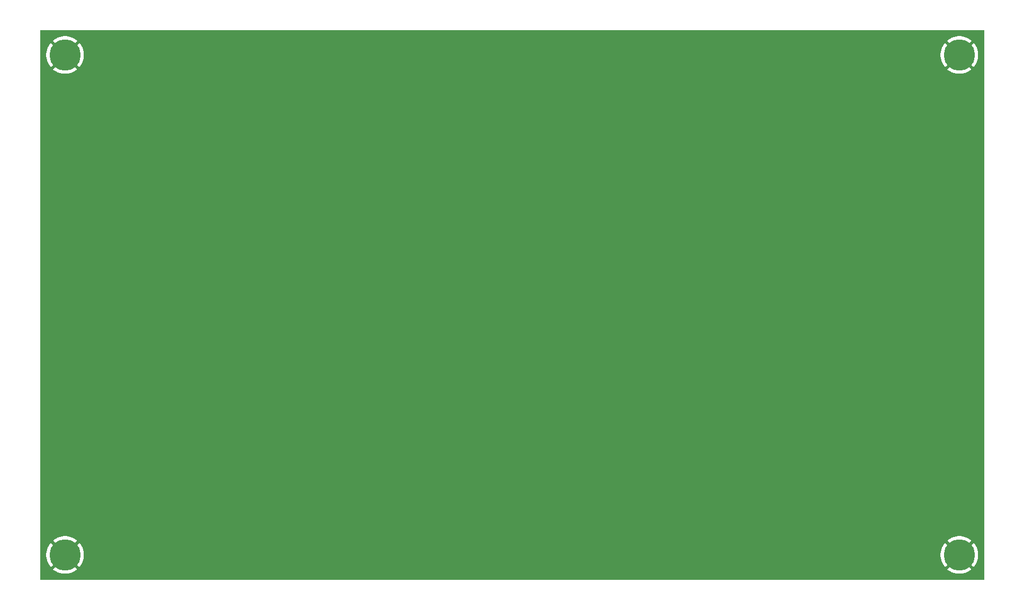
<source format=gbr>
%TF.GenerationSoftware,KiCad,Pcbnew,9.0.2*%
%TF.CreationDate,2025-08-22T18:27:14+01:00*%
%TF.ProjectId,MC8P_MIDI_CONTROLLER,4d433850-5f4d-4494-9449-5f434f4e5452,rev?*%
%TF.SameCoordinates,Original*%
%TF.FileFunction,Copper,L2,Bot*%
%TF.FilePolarity,Positive*%
%FSLAX46Y46*%
G04 Gerber Fmt 4.6, Leading zero omitted, Abs format (unit mm)*
G04 Created by KiCad (PCBNEW 9.0.2) date 2025-08-22 18:27:14*
%MOMM*%
%LPD*%
G01*
G04 APERTURE LIST*
%TA.AperFunction,ComponentPad*%
%ADD10C,5.000000*%
%TD*%
G04 APERTURE END LIST*
D10*
%TO.P,,*%
%TO.N,GND*%
X169000000Y-290000000D03*
%TD*%
%TO.P,,*%
%TO.N,GND*%
X169000000Y-210000000D03*
%TD*%
%TO.P,,*%
%TO.N,GND*%
X26000000Y-210000000D03*
%TD*%
%TO.P,,*%
%TO.N,GND*%
X26000000Y-290000000D03*
%TD*%
%TA.AperFunction,Conductor*%
%TO.N,GND*%
G36*
X172943039Y-206019685D02*
G01*
X172988794Y-206072489D01*
X173000000Y-206124000D01*
X173000000Y-293876000D01*
X172980315Y-293943039D01*
X172927511Y-293988794D01*
X172876000Y-294000000D01*
X22124000Y-294000000D01*
X22056961Y-293980315D01*
X22011206Y-293927511D01*
X22000000Y-293876000D01*
X22000000Y-289831519D01*
X23000000Y-289831519D01*
X23000000Y-290168480D01*
X23037725Y-290503297D01*
X23037727Y-290503313D01*
X23112705Y-290831814D01*
X23112709Y-290831826D01*
X23223995Y-291149862D01*
X23370191Y-291453440D01*
X23549461Y-291738747D01*
X23708397Y-291938048D01*
X24705747Y-290940697D01*
X24779588Y-291042330D01*
X24957670Y-291220412D01*
X25059300Y-291294251D01*
X24061950Y-292291601D01*
X24261252Y-292450538D01*
X24546559Y-292629808D01*
X24850137Y-292776004D01*
X25168173Y-292887290D01*
X25168185Y-292887294D01*
X25496686Y-292962272D01*
X25496702Y-292962274D01*
X25831519Y-292999999D01*
X25831521Y-293000000D01*
X26168479Y-293000000D01*
X26168480Y-292999999D01*
X26503297Y-292962274D01*
X26503313Y-292962272D01*
X26831814Y-292887294D01*
X26831826Y-292887290D01*
X27149862Y-292776004D01*
X27453440Y-292629808D01*
X27738747Y-292450538D01*
X27938048Y-292291600D01*
X26940698Y-291294251D01*
X27042330Y-291220412D01*
X27220412Y-291042330D01*
X27294251Y-290940699D01*
X28291600Y-291938048D01*
X28450538Y-291738747D01*
X28629808Y-291453440D01*
X28776004Y-291149862D01*
X28887290Y-290831826D01*
X28887294Y-290831814D01*
X28962272Y-290503313D01*
X28962274Y-290503297D01*
X28999999Y-290168480D01*
X29000000Y-290168478D01*
X29000000Y-289831521D01*
X28999999Y-289831519D01*
X166000000Y-289831519D01*
X166000000Y-290168480D01*
X166037725Y-290503297D01*
X166037727Y-290503313D01*
X166112705Y-290831814D01*
X166112709Y-290831826D01*
X166223995Y-291149862D01*
X166370191Y-291453440D01*
X166549461Y-291738747D01*
X166708397Y-291938048D01*
X167705747Y-290940697D01*
X167779588Y-291042330D01*
X167957670Y-291220412D01*
X168059300Y-291294251D01*
X167061950Y-292291601D01*
X167261252Y-292450538D01*
X167546559Y-292629808D01*
X167850137Y-292776004D01*
X168168173Y-292887290D01*
X168168185Y-292887294D01*
X168496686Y-292962272D01*
X168496702Y-292962274D01*
X168831519Y-292999999D01*
X168831521Y-293000000D01*
X169168479Y-293000000D01*
X169168480Y-292999999D01*
X169503297Y-292962274D01*
X169503313Y-292962272D01*
X169831814Y-292887294D01*
X169831826Y-292887290D01*
X170149862Y-292776004D01*
X170453440Y-292629808D01*
X170738747Y-292450538D01*
X170938048Y-292291600D01*
X169940698Y-291294251D01*
X170042330Y-291220412D01*
X170220412Y-291042330D01*
X170294251Y-290940699D01*
X171291600Y-291938048D01*
X171450538Y-291738747D01*
X171629808Y-291453440D01*
X171776004Y-291149862D01*
X171887290Y-290831826D01*
X171887294Y-290831814D01*
X171962272Y-290503313D01*
X171962274Y-290503297D01*
X171999999Y-290168480D01*
X172000000Y-290168478D01*
X172000000Y-289831521D01*
X171999999Y-289831519D01*
X171962274Y-289496702D01*
X171962272Y-289496686D01*
X171887294Y-289168185D01*
X171887290Y-289168173D01*
X171776004Y-288850137D01*
X171629808Y-288546559D01*
X171450538Y-288261252D01*
X171291601Y-288061950D01*
X170294250Y-289059300D01*
X170220412Y-288957670D01*
X170042330Y-288779588D01*
X169940697Y-288705747D01*
X170938048Y-287708397D01*
X170738747Y-287549461D01*
X170453440Y-287370191D01*
X170149862Y-287223995D01*
X169831826Y-287112709D01*
X169831814Y-287112705D01*
X169503313Y-287037727D01*
X169503297Y-287037725D01*
X169168480Y-287000000D01*
X168831519Y-287000000D01*
X168496702Y-287037725D01*
X168496686Y-287037727D01*
X168168185Y-287112705D01*
X168168173Y-287112709D01*
X167850137Y-287223995D01*
X167546559Y-287370191D01*
X167261252Y-287549461D01*
X167061950Y-287708397D01*
X168059301Y-288705748D01*
X167957670Y-288779588D01*
X167779588Y-288957670D01*
X167705748Y-289059301D01*
X166708397Y-288061950D01*
X166549461Y-288261252D01*
X166370191Y-288546559D01*
X166223995Y-288850137D01*
X166112709Y-289168173D01*
X166112705Y-289168185D01*
X166037727Y-289496686D01*
X166037725Y-289496702D01*
X166000000Y-289831519D01*
X28999999Y-289831519D01*
X28962274Y-289496702D01*
X28962272Y-289496686D01*
X28887294Y-289168185D01*
X28887290Y-289168173D01*
X28776004Y-288850137D01*
X28629808Y-288546559D01*
X28450538Y-288261252D01*
X28291601Y-288061950D01*
X27294250Y-289059300D01*
X27220412Y-288957670D01*
X27042330Y-288779588D01*
X26940697Y-288705747D01*
X27938048Y-287708397D01*
X27738747Y-287549461D01*
X27453440Y-287370191D01*
X27149862Y-287223995D01*
X26831826Y-287112709D01*
X26831814Y-287112705D01*
X26503313Y-287037727D01*
X26503297Y-287037725D01*
X26168480Y-287000000D01*
X25831519Y-287000000D01*
X25496702Y-287037725D01*
X25496686Y-287037727D01*
X25168185Y-287112705D01*
X25168173Y-287112709D01*
X24850137Y-287223995D01*
X24546559Y-287370191D01*
X24261252Y-287549461D01*
X24061950Y-287708397D01*
X25059301Y-288705748D01*
X24957670Y-288779588D01*
X24779588Y-288957670D01*
X24705748Y-289059301D01*
X23708397Y-288061950D01*
X23549461Y-288261252D01*
X23370191Y-288546559D01*
X23223995Y-288850137D01*
X23112709Y-289168173D01*
X23112705Y-289168185D01*
X23037727Y-289496686D01*
X23037725Y-289496702D01*
X23000000Y-289831519D01*
X22000000Y-289831519D01*
X22000000Y-209831519D01*
X23000000Y-209831519D01*
X23000000Y-210168480D01*
X23037725Y-210503297D01*
X23037727Y-210503313D01*
X23112705Y-210831814D01*
X23112709Y-210831826D01*
X23223995Y-211149862D01*
X23370191Y-211453440D01*
X23549461Y-211738747D01*
X23708397Y-211938048D01*
X24705747Y-210940697D01*
X24779588Y-211042330D01*
X24957670Y-211220412D01*
X25059300Y-211294251D01*
X24061950Y-212291601D01*
X24261252Y-212450538D01*
X24546559Y-212629808D01*
X24850137Y-212776004D01*
X25168173Y-212887290D01*
X25168185Y-212887294D01*
X25496686Y-212962272D01*
X25496702Y-212962274D01*
X25831519Y-212999999D01*
X25831521Y-213000000D01*
X26168479Y-213000000D01*
X26168480Y-212999999D01*
X26503297Y-212962274D01*
X26503313Y-212962272D01*
X26831814Y-212887294D01*
X26831826Y-212887290D01*
X27149862Y-212776004D01*
X27453440Y-212629808D01*
X27738747Y-212450538D01*
X27938048Y-212291600D01*
X26940698Y-211294251D01*
X27042330Y-211220412D01*
X27220412Y-211042330D01*
X27294251Y-210940699D01*
X28291600Y-211938048D01*
X28450538Y-211738747D01*
X28629808Y-211453440D01*
X28776004Y-211149862D01*
X28887290Y-210831826D01*
X28887294Y-210831814D01*
X28962272Y-210503313D01*
X28962274Y-210503297D01*
X28999999Y-210168480D01*
X29000000Y-210168478D01*
X29000000Y-209831521D01*
X28999999Y-209831519D01*
X166000000Y-209831519D01*
X166000000Y-210168480D01*
X166037725Y-210503297D01*
X166037727Y-210503313D01*
X166112705Y-210831814D01*
X166112709Y-210831826D01*
X166223995Y-211149862D01*
X166370191Y-211453440D01*
X166549461Y-211738747D01*
X166708397Y-211938048D01*
X167705747Y-210940697D01*
X167779588Y-211042330D01*
X167957670Y-211220412D01*
X168059300Y-211294251D01*
X167061950Y-212291601D01*
X167261252Y-212450538D01*
X167546559Y-212629808D01*
X167850137Y-212776004D01*
X168168173Y-212887290D01*
X168168185Y-212887294D01*
X168496686Y-212962272D01*
X168496702Y-212962274D01*
X168831519Y-212999999D01*
X168831521Y-213000000D01*
X169168479Y-213000000D01*
X169168480Y-212999999D01*
X169503297Y-212962274D01*
X169503313Y-212962272D01*
X169831814Y-212887294D01*
X169831826Y-212887290D01*
X170149862Y-212776004D01*
X170453440Y-212629808D01*
X170738747Y-212450538D01*
X170938048Y-212291600D01*
X169940698Y-211294251D01*
X170042330Y-211220412D01*
X170220412Y-211042330D01*
X170294251Y-210940699D01*
X171291600Y-211938048D01*
X171450538Y-211738747D01*
X171629808Y-211453440D01*
X171776004Y-211149862D01*
X171887290Y-210831826D01*
X171887294Y-210831814D01*
X171962272Y-210503313D01*
X171962274Y-210503297D01*
X171999999Y-210168480D01*
X172000000Y-210168478D01*
X172000000Y-209831521D01*
X171999999Y-209831519D01*
X171962274Y-209496702D01*
X171962272Y-209496686D01*
X171887294Y-209168185D01*
X171887290Y-209168173D01*
X171776004Y-208850137D01*
X171629808Y-208546559D01*
X171450538Y-208261252D01*
X171291601Y-208061950D01*
X170294250Y-209059300D01*
X170220412Y-208957670D01*
X170042330Y-208779588D01*
X169940697Y-208705747D01*
X170938048Y-207708397D01*
X170738747Y-207549461D01*
X170453440Y-207370191D01*
X170149862Y-207223995D01*
X169831826Y-207112709D01*
X169831814Y-207112705D01*
X169503313Y-207037727D01*
X169503297Y-207037725D01*
X169168480Y-207000000D01*
X168831519Y-207000000D01*
X168496702Y-207037725D01*
X168496686Y-207037727D01*
X168168185Y-207112705D01*
X168168173Y-207112709D01*
X167850137Y-207223995D01*
X167546559Y-207370191D01*
X167261252Y-207549461D01*
X167061950Y-207708397D01*
X168059301Y-208705748D01*
X167957670Y-208779588D01*
X167779588Y-208957670D01*
X167705748Y-209059301D01*
X166708397Y-208061950D01*
X166549461Y-208261252D01*
X166370191Y-208546559D01*
X166223995Y-208850137D01*
X166112709Y-209168173D01*
X166112705Y-209168185D01*
X166037727Y-209496686D01*
X166037725Y-209496702D01*
X166000000Y-209831519D01*
X28999999Y-209831519D01*
X28962274Y-209496702D01*
X28962272Y-209496686D01*
X28887294Y-209168185D01*
X28887290Y-209168173D01*
X28776004Y-208850137D01*
X28629808Y-208546559D01*
X28450538Y-208261252D01*
X28291601Y-208061950D01*
X27294250Y-209059300D01*
X27220412Y-208957670D01*
X27042330Y-208779588D01*
X26940697Y-208705747D01*
X27938048Y-207708397D01*
X27738747Y-207549461D01*
X27453440Y-207370191D01*
X27149862Y-207223995D01*
X26831826Y-207112709D01*
X26831814Y-207112705D01*
X26503313Y-207037727D01*
X26503297Y-207037725D01*
X26168480Y-207000000D01*
X25831519Y-207000000D01*
X25496702Y-207037725D01*
X25496686Y-207037727D01*
X25168185Y-207112705D01*
X25168173Y-207112709D01*
X24850137Y-207223995D01*
X24546559Y-207370191D01*
X24261252Y-207549461D01*
X24061950Y-207708397D01*
X25059301Y-208705748D01*
X24957670Y-208779588D01*
X24779588Y-208957670D01*
X24705748Y-209059301D01*
X23708397Y-208061950D01*
X23549461Y-208261252D01*
X23370191Y-208546559D01*
X23223995Y-208850137D01*
X23112709Y-209168173D01*
X23112705Y-209168185D01*
X23037727Y-209496686D01*
X23037725Y-209496702D01*
X23000000Y-209831519D01*
X22000000Y-209831519D01*
X22000000Y-206124000D01*
X22019685Y-206056961D01*
X22072489Y-206011206D01*
X22124000Y-206000000D01*
X172876000Y-206000000D01*
X172943039Y-206019685D01*
G37*
%TD.AperFunction*%
%TD*%
M02*

</source>
